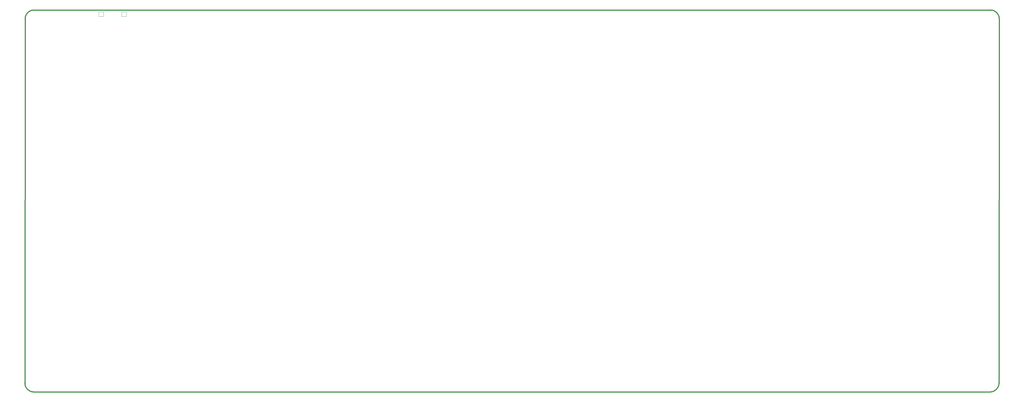
<source format=gm1>
G04 #@! TF.GenerationSoftware,KiCad,Pcbnew,(5.1.5)-3*
G04 #@! TF.CreationDate,2021-01-05T18:48:48-06:00*
G04 #@! TF.ProjectId,SBC,5342432e-6b69-4636-9164-5f7063625858,rev?*
G04 #@! TF.SameCoordinates,Original*
G04 #@! TF.FileFunction,Profile,NP*
%FSLAX46Y46*%
G04 Gerber Fmt 4.6, Leading zero omitted, Abs format (unit mm)*
G04 Created by KiCad (PCBNEW (5.1.5)-3) date 2021-01-05 18:48:48*
%MOMM*%
%LPD*%
G04 APERTURE LIST*
%ADD10C,0.381000*%
%ADD11C,0.001000*%
G04 APERTURE END LIST*
D10*
X383900000Y-69700000D02*
G75*
G02X387100000Y-72900000I0J-3200000D01*
G01*
X387000000Y-207900000D02*
G75*
G02X383800000Y-211100000I-3200000J0D01*
G01*
X30200000Y-211100000D02*
G75*
G02X27000000Y-207900000I0J3200000D01*
G01*
X27100000Y-72900000D02*
G75*
G02X30300000Y-69700000I3200000J0D01*
G01*
X30300000Y-69700000D02*
X58200000Y-69700000D01*
X27000000Y-207900000D02*
X27100000Y-72900000D01*
X383800000Y-211100000D02*
X30200000Y-211100000D01*
X387100000Y-72900000D02*
X387000000Y-207900000D01*
X58200000Y-69700000D02*
X383900000Y-69700000D01*
D11*
X54250000Y-72100000D02*
X56050000Y-72100000D01*
X56050000Y-72100000D02*
X56050000Y-70400000D01*
X56050000Y-70400000D02*
X54250000Y-70400000D01*
X54250000Y-70400000D02*
X54250000Y-72100000D01*
X62750000Y-72100000D02*
X64550000Y-72100000D01*
X64550000Y-72100000D02*
X64550000Y-70400000D01*
X64550000Y-70400000D02*
X62750000Y-70400000D01*
X62750000Y-70400000D02*
X62750000Y-72100000D01*
M02*

</source>
